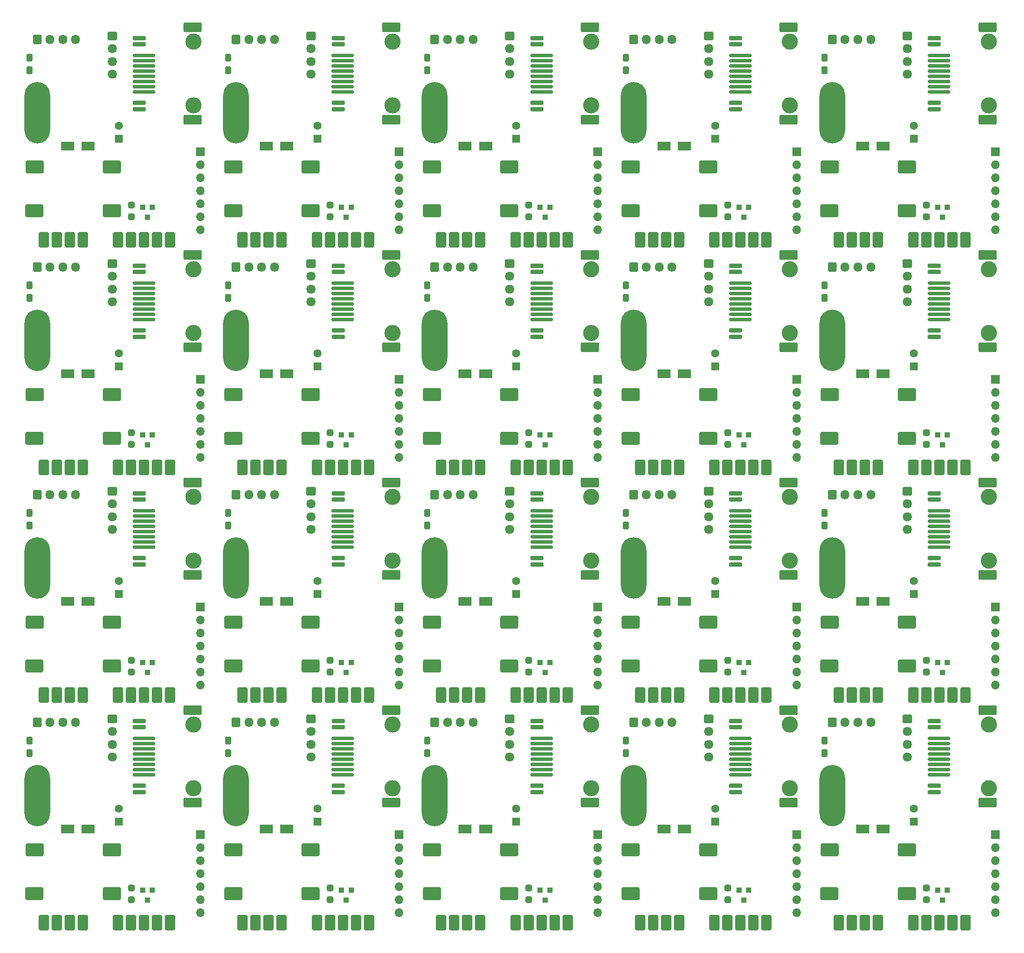
<source format=gbr>
%TF.GenerationSoftware,KiCad,Pcbnew,8.0.7*%
%TF.CreationDate,2025-01-08T09:27:09+09:00*%
%TF.ProjectId,waveShare-7inch-rs485,77617665-5368-4617-9265-2d37696e6368,rev?*%
%TF.SameCoordinates,Original*%
%TF.FileFunction,Soldermask,Top*%
%TF.FilePolarity,Negative*%
%FSLAX46Y46*%
G04 Gerber Fmt 4.6, Leading zero omitted, Abs format (unit mm)*
G04 Created by KiCad (PCBNEW 8.0.7) date 2025-01-08 09:27:09*
%MOMM*%
%LPD*%
G01*
G04 APERTURE LIST*
G04 Aperture macros list*
%AMRoundRect*
0 Rectangle with rounded corners*
0 $1 Rounding radius*
0 $2 $3 $4 $5 $6 $7 $8 $9 X,Y pos of 4 corners*
0 Add a 4 corners polygon primitive as box body*
4,1,4,$2,$3,$4,$5,$6,$7,$8,$9,$2,$3,0*
0 Add four circle primitives for the rounded corners*
1,1,$1+$1,$2,$3*
1,1,$1+$1,$4,$5*
1,1,$1+$1,$6,$7*
1,1,$1+$1,$8,$9*
0 Add four rect primitives between the rounded corners*
20,1,$1+$1,$2,$3,$4,$5,0*
20,1,$1+$1,$4,$5,$6,$7,0*
20,1,$1+$1,$6,$7,$8,$9,0*
20,1,$1+$1,$8,$9,$2,$3,0*%
G04 Aperture macros list end*
%ADD10R,1.000000X1.100000*%
%ADD11RoundRect,0.249900X-0.600100X-0.675100X0.600100X-0.675100X0.600100X0.675100X-0.600100X0.675100X0*%
%ADD12O,1.700000X1.850000*%
%ADD13RoundRect,0.325000X-0.325000X0.325000X-0.325000X-0.325000X0.325000X-0.325000X0.325000X0.325000X0*%
%ADD14RoundRect,0.300000X-1.450000X-0.950000X1.450000X-0.950000X1.450000X0.950000X-1.450000X0.950000X0*%
%ADD15C,3.170000*%
%ADD16RoundRect,0.175000X2.000000X-0.175000X2.000000X0.175000X-2.000000X0.175000X-2.000000X-0.175000X0*%
%ADD17RoundRect,0.200000X1.075000X-0.200000X1.075000X0.200000X-1.075000X0.200000X-1.075000X-0.200000X0*%
%ADD18RoundRect,0.197095X1.552905X-0.752905X1.552905X0.752905X-1.552905X0.752905X-1.552905X-0.752905X0*%
%ADD19RoundRect,0.294118X-0.705882X-1.205882X0.705882X-1.205882X0.705882X1.205882X-0.705882X1.205882X0*%
%ADD20RoundRect,0.249900X-0.675100X0.600100X-0.675100X-0.600100X0.675100X-0.600100X0.675100X0.600100X0*%
%ADD21O,1.850000X1.700000*%
%ADD22R,1.700000X1.700000*%
%ADD23O,1.700000X1.700000*%
%ADD24O,5.000000X12.000000*%
%ADD25R,1.600000X1.600000*%
%ADD26C,1.600000*%
%ADD27R,2.500000X1.800000*%
%ADD28RoundRect,0.312500X-0.312500X0.437500X-0.312500X-0.437500X0.312500X-0.437500X0.312500X0.437500X0*%
G04 APERTURE END LIST*
D10*
%TO.C,Q1*%
X207400000Y-193125000D03*
X205500000Y-193125000D03*
X206450000Y-195125000D03*
%TD*%
D11*
%TO.C,J1*%
X184920000Y-160360000D03*
D12*
X187420000Y-160360000D03*
X189920000Y-160360000D03*
X192420000Y-160360000D03*
%TD*%
D13*
%TO.C,R1*%
X203300000Y-192700000D03*
X203300000Y-195000000D03*
%TD*%
D14*
%TO.C,MO1*%
X184390000Y-185300000D03*
X184360000Y-193870000D03*
X199490000Y-185280000D03*
X199490000Y-193870000D03*
%TD*%
D15*
%TO.C,J4*%
X215450000Y-173300000D03*
X215450000Y-160800000D03*
D16*
X205760000Y-163480000D03*
X205760000Y-164500000D03*
X205760000Y-165520000D03*
X205760000Y-166540000D03*
X205760000Y-167560000D03*
X205760000Y-168580000D03*
X205760000Y-169600000D03*
X205760000Y-170620000D03*
D17*
X204860000Y-160100000D03*
X204860000Y-161310000D03*
X204860000Y-172790000D03*
X204860000Y-174000000D03*
D18*
X215200000Y-176050000D03*
X215200000Y-158050000D03*
%TD*%
D19*
%TO.C,P1*%
X186190000Y-199475000D03*
X188730000Y-199475000D03*
X191270000Y-199475000D03*
X193810000Y-199475000D03*
%TD*%
D20*
%TO.C,J2*%
X199570000Y-159680000D03*
D21*
X199570000Y-162180000D03*
X199570000Y-164680000D03*
X199570000Y-167180000D03*
%TD*%
D22*
%TO.C,DS1307*%
X216750000Y-182315000D03*
D23*
X216750000Y-184855000D03*
X216750000Y-187395000D03*
X216750000Y-189935000D03*
X216750000Y-192475000D03*
X216750000Y-195015000D03*
X216750000Y-197555000D03*
%TD*%
D24*
%TO.C,J3*%
X184910000Y-174740000D03*
%TD*%
D25*
%TO.C,C9*%
X200840000Y-179780000D03*
D26*
X200840000Y-177280000D03*
%TD*%
D27*
%TO.C,D1*%
X194850000Y-181225000D03*
X190850000Y-181225000D03*
%TD*%
D28*
%TO.C,C1*%
X183425000Y-163975000D03*
X183425000Y-166375000D03*
%TD*%
D19*
%TO.C,P2*%
X200720000Y-199500000D03*
X203260000Y-199500000D03*
X205800000Y-199500000D03*
X208340000Y-199500000D03*
X210880000Y-199500000D03*
%TD*%
D10*
%TO.C,Q1*%
X168600000Y-193125000D03*
X166700000Y-193125000D03*
X167650000Y-195125000D03*
%TD*%
D11*
%TO.C,J1*%
X146120000Y-160360000D03*
D12*
X148620000Y-160360000D03*
X151120000Y-160360000D03*
X153620000Y-160360000D03*
%TD*%
D13*
%TO.C,R1*%
X164500000Y-192700000D03*
X164500000Y-195000000D03*
%TD*%
D14*
%TO.C,MO1*%
X145590000Y-185300000D03*
X145560000Y-193870000D03*
X160690000Y-185280000D03*
X160690000Y-193870000D03*
%TD*%
D15*
%TO.C,J4*%
X176650000Y-173300000D03*
X176650000Y-160800000D03*
D16*
X166960000Y-163480000D03*
X166960000Y-164500000D03*
X166960000Y-165520000D03*
X166960000Y-166540000D03*
X166960000Y-167560000D03*
X166960000Y-168580000D03*
X166960000Y-169600000D03*
X166960000Y-170620000D03*
D17*
X166060000Y-160100000D03*
X166060000Y-161310000D03*
X166060000Y-172790000D03*
X166060000Y-174000000D03*
D18*
X176400000Y-176050000D03*
X176400000Y-158050000D03*
%TD*%
D19*
%TO.C,P1*%
X147390000Y-199475000D03*
X149930000Y-199475000D03*
X152470000Y-199475000D03*
X155010000Y-199475000D03*
%TD*%
D20*
%TO.C,J2*%
X160770000Y-159680000D03*
D21*
X160770000Y-162180000D03*
X160770000Y-164680000D03*
X160770000Y-167180000D03*
%TD*%
D22*
%TO.C,DS1307*%
X177950000Y-182315000D03*
D23*
X177950000Y-184855000D03*
X177950000Y-187395000D03*
X177950000Y-189935000D03*
X177950000Y-192475000D03*
X177950000Y-195015000D03*
X177950000Y-197555000D03*
%TD*%
D24*
%TO.C,J3*%
X146110000Y-174740000D03*
%TD*%
D25*
%TO.C,C9*%
X162040000Y-179780000D03*
D26*
X162040000Y-177280000D03*
%TD*%
D27*
%TO.C,D1*%
X156050000Y-181225000D03*
X152050000Y-181225000D03*
%TD*%
D28*
%TO.C,C1*%
X144625000Y-163975000D03*
X144625000Y-166375000D03*
%TD*%
D19*
%TO.C,P2*%
X161920000Y-199500000D03*
X164460000Y-199500000D03*
X167000000Y-199500000D03*
X169540000Y-199500000D03*
X172080000Y-199500000D03*
%TD*%
D10*
%TO.C,Q1*%
X129800000Y-193125000D03*
X127900000Y-193125000D03*
X128850000Y-195125000D03*
%TD*%
D11*
%TO.C,J1*%
X107320000Y-160360000D03*
D12*
X109820000Y-160360000D03*
X112320000Y-160360000D03*
X114820000Y-160360000D03*
%TD*%
D13*
%TO.C,R1*%
X125700000Y-192700000D03*
X125700000Y-195000000D03*
%TD*%
D14*
%TO.C,MO1*%
X106790000Y-185300000D03*
X106760000Y-193870000D03*
X121890000Y-185280000D03*
X121890000Y-193870000D03*
%TD*%
D15*
%TO.C,J4*%
X137850000Y-173300000D03*
X137850000Y-160800000D03*
D16*
X128160000Y-163480000D03*
X128160000Y-164500000D03*
X128160000Y-165520000D03*
X128160000Y-166540000D03*
X128160000Y-167560000D03*
X128160000Y-168580000D03*
X128160000Y-169600000D03*
X128160000Y-170620000D03*
D17*
X127260000Y-160100000D03*
X127260000Y-161310000D03*
X127260000Y-172790000D03*
X127260000Y-174000000D03*
D18*
X137600000Y-176050000D03*
X137600000Y-158050000D03*
%TD*%
D19*
%TO.C,P1*%
X108590000Y-199475000D03*
X111130000Y-199475000D03*
X113670000Y-199475000D03*
X116210000Y-199475000D03*
%TD*%
D20*
%TO.C,J2*%
X121970000Y-159680000D03*
D21*
X121970000Y-162180000D03*
X121970000Y-164680000D03*
X121970000Y-167180000D03*
%TD*%
D22*
%TO.C,DS1307*%
X139150000Y-182315000D03*
D23*
X139150000Y-184855000D03*
X139150000Y-187395000D03*
X139150000Y-189935000D03*
X139150000Y-192475000D03*
X139150000Y-195015000D03*
X139150000Y-197555000D03*
%TD*%
D24*
%TO.C,J3*%
X107310000Y-174740000D03*
%TD*%
D25*
%TO.C,C9*%
X123240000Y-179780000D03*
D26*
X123240000Y-177280000D03*
%TD*%
D27*
%TO.C,D1*%
X117250000Y-181225000D03*
X113250000Y-181225000D03*
%TD*%
D28*
%TO.C,C1*%
X105825000Y-163975000D03*
X105825000Y-166375000D03*
%TD*%
D19*
%TO.C,P2*%
X123120000Y-199500000D03*
X125660000Y-199500000D03*
X128200000Y-199500000D03*
X130740000Y-199500000D03*
X133280000Y-199500000D03*
%TD*%
D10*
%TO.C,Q1*%
X91000000Y-193125000D03*
X89100000Y-193125000D03*
X90050000Y-195125000D03*
%TD*%
D11*
%TO.C,J1*%
X68520000Y-160360000D03*
D12*
X71020000Y-160360000D03*
X73520000Y-160360000D03*
X76020000Y-160360000D03*
%TD*%
D13*
%TO.C,R1*%
X86900000Y-192700000D03*
X86900000Y-195000000D03*
%TD*%
D14*
%TO.C,MO1*%
X67990000Y-185300000D03*
X67960000Y-193870000D03*
X83090000Y-185280000D03*
X83090000Y-193870000D03*
%TD*%
D15*
%TO.C,J4*%
X99050000Y-173300000D03*
X99050000Y-160800000D03*
D16*
X89360000Y-163480000D03*
X89360000Y-164500000D03*
X89360000Y-165520000D03*
X89360000Y-166540000D03*
X89360000Y-167560000D03*
X89360000Y-168580000D03*
X89360000Y-169600000D03*
X89360000Y-170620000D03*
D17*
X88460000Y-160100000D03*
X88460000Y-161310000D03*
X88460000Y-172790000D03*
X88460000Y-174000000D03*
D18*
X98800000Y-176050000D03*
X98800000Y-158050000D03*
%TD*%
D19*
%TO.C,P1*%
X69790000Y-199475000D03*
X72330000Y-199475000D03*
X74870000Y-199475000D03*
X77410000Y-199475000D03*
%TD*%
D20*
%TO.C,J2*%
X83170000Y-159680000D03*
D21*
X83170000Y-162180000D03*
X83170000Y-164680000D03*
X83170000Y-167180000D03*
%TD*%
D22*
%TO.C,DS1307*%
X100350000Y-182315000D03*
D23*
X100350000Y-184855000D03*
X100350000Y-187395000D03*
X100350000Y-189935000D03*
X100350000Y-192475000D03*
X100350000Y-195015000D03*
X100350000Y-197555000D03*
%TD*%
D24*
%TO.C,J3*%
X68510000Y-174740000D03*
%TD*%
D25*
%TO.C,C9*%
X84440000Y-179780000D03*
D26*
X84440000Y-177280000D03*
%TD*%
D27*
%TO.C,D1*%
X78450000Y-181225000D03*
X74450000Y-181225000D03*
%TD*%
D28*
%TO.C,C1*%
X67025000Y-163975000D03*
X67025000Y-166375000D03*
%TD*%
D19*
%TO.C,P2*%
X84320000Y-199500000D03*
X86860000Y-199500000D03*
X89400000Y-199500000D03*
X91940000Y-199500000D03*
X94480000Y-199500000D03*
%TD*%
D10*
%TO.C,Q1*%
X52200000Y-193125000D03*
X50300000Y-193125000D03*
X51250000Y-195125000D03*
%TD*%
D11*
%TO.C,J1*%
X29720000Y-160360000D03*
D12*
X32220000Y-160360000D03*
X34720000Y-160360000D03*
X37220000Y-160360000D03*
%TD*%
D13*
%TO.C,R1*%
X48100000Y-192700000D03*
X48100000Y-195000000D03*
%TD*%
D14*
%TO.C,MO1*%
X29190000Y-185300000D03*
X29160000Y-193870000D03*
X44290000Y-185280000D03*
X44290000Y-193870000D03*
%TD*%
D15*
%TO.C,J4*%
X60250000Y-173300000D03*
X60250000Y-160800000D03*
D16*
X50560000Y-163480000D03*
X50560000Y-164500000D03*
X50560000Y-165520000D03*
X50560000Y-166540000D03*
X50560000Y-167560000D03*
X50560000Y-168580000D03*
X50560000Y-169600000D03*
X50560000Y-170620000D03*
D17*
X49660000Y-160100000D03*
X49660000Y-161310000D03*
X49660000Y-172790000D03*
X49660000Y-174000000D03*
D18*
X60000000Y-176050000D03*
X60000000Y-158050000D03*
%TD*%
D19*
%TO.C,P1*%
X30990000Y-199475000D03*
X33530000Y-199475000D03*
X36070000Y-199475000D03*
X38610000Y-199475000D03*
%TD*%
D20*
%TO.C,J2*%
X44370000Y-159680000D03*
D21*
X44370000Y-162180000D03*
X44370000Y-164680000D03*
X44370000Y-167180000D03*
%TD*%
D22*
%TO.C,DS1307*%
X61550000Y-182315000D03*
D23*
X61550000Y-184855000D03*
X61550000Y-187395000D03*
X61550000Y-189935000D03*
X61550000Y-192475000D03*
X61550000Y-195015000D03*
X61550000Y-197555000D03*
%TD*%
D24*
%TO.C,J3*%
X29710000Y-174740000D03*
%TD*%
D25*
%TO.C,C9*%
X45640000Y-179780000D03*
D26*
X45640000Y-177280000D03*
%TD*%
D27*
%TO.C,D1*%
X39650000Y-181225000D03*
X35650000Y-181225000D03*
%TD*%
D28*
%TO.C,C1*%
X28225000Y-163975000D03*
X28225000Y-166375000D03*
%TD*%
D19*
%TO.C,P2*%
X45520000Y-199500000D03*
X48060000Y-199500000D03*
X50600000Y-199500000D03*
X53140000Y-199500000D03*
X55680000Y-199500000D03*
%TD*%
D10*
%TO.C,Q1*%
X207400000Y-148675000D03*
X205500000Y-148675000D03*
X206450000Y-150675000D03*
%TD*%
D11*
%TO.C,J1*%
X184920000Y-115910000D03*
D12*
X187420000Y-115910000D03*
X189920000Y-115910000D03*
X192420000Y-115910000D03*
%TD*%
D13*
%TO.C,R1*%
X203300000Y-148250000D03*
X203300000Y-150550000D03*
%TD*%
D14*
%TO.C,MO1*%
X184390000Y-140850000D03*
X184360000Y-149420000D03*
X199490000Y-140830000D03*
X199490000Y-149420000D03*
%TD*%
D15*
%TO.C,J4*%
X215450000Y-128850000D03*
X215450000Y-116350000D03*
D16*
X205760000Y-119030000D03*
X205760000Y-120050000D03*
X205760000Y-121070000D03*
X205760000Y-122090000D03*
X205760000Y-123110000D03*
X205760000Y-124130000D03*
X205760000Y-125150000D03*
X205760000Y-126170000D03*
D17*
X204860000Y-115650000D03*
X204860000Y-116860000D03*
X204860000Y-128340000D03*
X204860000Y-129550000D03*
D18*
X215200000Y-131600000D03*
X215200000Y-113600000D03*
%TD*%
D19*
%TO.C,P1*%
X186190000Y-155025000D03*
X188730000Y-155025000D03*
X191270000Y-155025000D03*
X193810000Y-155025000D03*
%TD*%
D20*
%TO.C,J2*%
X199570000Y-115230000D03*
D21*
X199570000Y-117730000D03*
X199570000Y-120230000D03*
X199570000Y-122730000D03*
%TD*%
D22*
%TO.C,DS1307*%
X216750000Y-137865000D03*
D23*
X216750000Y-140405000D03*
X216750000Y-142945000D03*
X216750000Y-145485000D03*
X216750000Y-148025000D03*
X216750000Y-150565000D03*
X216750000Y-153105000D03*
%TD*%
D24*
%TO.C,J3*%
X184910000Y-130290000D03*
%TD*%
D25*
%TO.C,C9*%
X200840000Y-135330000D03*
D26*
X200840000Y-132830000D03*
%TD*%
D27*
%TO.C,D1*%
X194850000Y-136775000D03*
X190850000Y-136775000D03*
%TD*%
D28*
%TO.C,C1*%
X183425000Y-119525000D03*
X183425000Y-121925000D03*
%TD*%
D19*
%TO.C,P2*%
X200720000Y-155050000D03*
X203260000Y-155050000D03*
X205800000Y-155050000D03*
X208340000Y-155050000D03*
X210880000Y-155050000D03*
%TD*%
D10*
%TO.C,Q1*%
X168600000Y-148675000D03*
X166700000Y-148675000D03*
X167650000Y-150675000D03*
%TD*%
D11*
%TO.C,J1*%
X146120000Y-115910000D03*
D12*
X148620000Y-115910000D03*
X151120000Y-115910000D03*
X153620000Y-115910000D03*
%TD*%
D13*
%TO.C,R1*%
X164500000Y-148250000D03*
X164500000Y-150550000D03*
%TD*%
D14*
%TO.C,MO1*%
X145590000Y-140850000D03*
X145560000Y-149420000D03*
X160690000Y-140830000D03*
X160690000Y-149420000D03*
%TD*%
D15*
%TO.C,J4*%
X176650000Y-128850000D03*
X176650000Y-116350000D03*
D16*
X166960000Y-119030000D03*
X166960000Y-120050000D03*
X166960000Y-121070000D03*
X166960000Y-122090000D03*
X166960000Y-123110000D03*
X166960000Y-124130000D03*
X166960000Y-125150000D03*
X166960000Y-126170000D03*
D17*
X166060000Y-115650000D03*
X166060000Y-116860000D03*
X166060000Y-128340000D03*
X166060000Y-129550000D03*
D18*
X176400000Y-131600000D03*
X176400000Y-113600000D03*
%TD*%
D19*
%TO.C,P1*%
X147390000Y-155025000D03*
X149930000Y-155025000D03*
X152470000Y-155025000D03*
X155010000Y-155025000D03*
%TD*%
D20*
%TO.C,J2*%
X160770000Y-115230000D03*
D21*
X160770000Y-117730000D03*
X160770000Y-120230000D03*
X160770000Y-122730000D03*
%TD*%
D22*
%TO.C,DS1307*%
X177950000Y-137865000D03*
D23*
X177950000Y-140405000D03*
X177950000Y-142945000D03*
X177950000Y-145485000D03*
X177950000Y-148025000D03*
X177950000Y-150565000D03*
X177950000Y-153105000D03*
%TD*%
D24*
%TO.C,J3*%
X146110000Y-130290000D03*
%TD*%
D25*
%TO.C,C9*%
X162040000Y-135330000D03*
D26*
X162040000Y-132830000D03*
%TD*%
D27*
%TO.C,D1*%
X156050000Y-136775000D03*
X152050000Y-136775000D03*
%TD*%
D28*
%TO.C,C1*%
X144625000Y-119525000D03*
X144625000Y-121925000D03*
%TD*%
D19*
%TO.C,P2*%
X161920000Y-155050000D03*
X164460000Y-155050000D03*
X167000000Y-155050000D03*
X169540000Y-155050000D03*
X172080000Y-155050000D03*
%TD*%
D10*
%TO.C,Q1*%
X129800000Y-148675000D03*
X127900000Y-148675000D03*
X128850000Y-150675000D03*
%TD*%
D11*
%TO.C,J1*%
X107320000Y-115910000D03*
D12*
X109820000Y-115910000D03*
X112320000Y-115910000D03*
X114820000Y-115910000D03*
%TD*%
D13*
%TO.C,R1*%
X125700000Y-148250000D03*
X125700000Y-150550000D03*
%TD*%
D14*
%TO.C,MO1*%
X106790000Y-140850000D03*
X106760000Y-149420000D03*
X121890000Y-140830000D03*
X121890000Y-149420000D03*
%TD*%
D15*
%TO.C,J4*%
X137850000Y-128850000D03*
X137850000Y-116350000D03*
D16*
X128160000Y-119030000D03*
X128160000Y-120050000D03*
X128160000Y-121070000D03*
X128160000Y-122090000D03*
X128160000Y-123110000D03*
X128160000Y-124130000D03*
X128160000Y-125150000D03*
X128160000Y-126170000D03*
D17*
X127260000Y-115650000D03*
X127260000Y-116860000D03*
X127260000Y-128340000D03*
X127260000Y-129550000D03*
D18*
X137600000Y-131600000D03*
X137600000Y-113600000D03*
%TD*%
D19*
%TO.C,P1*%
X108590000Y-155025000D03*
X111130000Y-155025000D03*
X113670000Y-155025000D03*
X116210000Y-155025000D03*
%TD*%
D20*
%TO.C,J2*%
X121970000Y-115230000D03*
D21*
X121970000Y-117730000D03*
X121970000Y-120230000D03*
X121970000Y-122730000D03*
%TD*%
D22*
%TO.C,DS1307*%
X139150000Y-137865000D03*
D23*
X139150000Y-140405000D03*
X139150000Y-142945000D03*
X139150000Y-145485000D03*
X139150000Y-148025000D03*
X139150000Y-150565000D03*
X139150000Y-153105000D03*
%TD*%
D24*
%TO.C,J3*%
X107310000Y-130290000D03*
%TD*%
D25*
%TO.C,C9*%
X123240000Y-135330000D03*
D26*
X123240000Y-132830000D03*
%TD*%
D27*
%TO.C,D1*%
X117250000Y-136775000D03*
X113250000Y-136775000D03*
%TD*%
D28*
%TO.C,C1*%
X105825000Y-119525000D03*
X105825000Y-121925000D03*
%TD*%
D19*
%TO.C,P2*%
X123120000Y-155050000D03*
X125660000Y-155050000D03*
X128200000Y-155050000D03*
X130740000Y-155050000D03*
X133280000Y-155050000D03*
%TD*%
D10*
%TO.C,Q1*%
X91000000Y-148675000D03*
X89100000Y-148675000D03*
X90050000Y-150675000D03*
%TD*%
D11*
%TO.C,J1*%
X68520000Y-115910000D03*
D12*
X71020000Y-115910000D03*
X73520000Y-115910000D03*
X76020000Y-115910000D03*
%TD*%
D13*
%TO.C,R1*%
X86900000Y-148250000D03*
X86900000Y-150550000D03*
%TD*%
D14*
%TO.C,MO1*%
X67990000Y-140850000D03*
X67960000Y-149420000D03*
X83090000Y-140830000D03*
X83090000Y-149420000D03*
%TD*%
D15*
%TO.C,J4*%
X99050000Y-128850000D03*
X99050000Y-116350000D03*
D16*
X89360000Y-119030000D03*
X89360000Y-120050000D03*
X89360000Y-121070000D03*
X89360000Y-122090000D03*
X89360000Y-123110000D03*
X89360000Y-124130000D03*
X89360000Y-125150000D03*
X89360000Y-126170000D03*
D17*
X88460000Y-115650000D03*
X88460000Y-116860000D03*
X88460000Y-128340000D03*
X88460000Y-129550000D03*
D18*
X98800000Y-131600000D03*
X98800000Y-113600000D03*
%TD*%
D19*
%TO.C,P1*%
X69790000Y-155025000D03*
X72330000Y-155025000D03*
X74870000Y-155025000D03*
X77410000Y-155025000D03*
%TD*%
D20*
%TO.C,J2*%
X83170000Y-115230000D03*
D21*
X83170000Y-117730000D03*
X83170000Y-120230000D03*
X83170000Y-122730000D03*
%TD*%
D22*
%TO.C,DS1307*%
X100350000Y-137865000D03*
D23*
X100350000Y-140405000D03*
X100350000Y-142945000D03*
X100350000Y-145485000D03*
X100350000Y-148025000D03*
X100350000Y-150565000D03*
X100350000Y-153105000D03*
%TD*%
D24*
%TO.C,J3*%
X68510000Y-130290000D03*
%TD*%
D25*
%TO.C,C9*%
X84440000Y-135330000D03*
D26*
X84440000Y-132830000D03*
%TD*%
D27*
%TO.C,D1*%
X78450000Y-136775000D03*
X74450000Y-136775000D03*
%TD*%
D28*
%TO.C,C1*%
X67025000Y-119525000D03*
X67025000Y-121925000D03*
%TD*%
D19*
%TO.C,P2*%
X84320000Y-155050000D03*
X86860000Y-155050000D03*
X89400000Y-155050000D03*
X91940000Y-155050000D03*
X94480000Y-155050000D03*
%TD*%
D10*
%TO.C,Q1*%
X52200000Y-148675000D03*
X50300000Y-148675000D03*
X51250000Y-150675000D03*
%TD*%
D11*
%TO.C,J1*%
X29720000Y-115910000D03*
D12*
X32220000Y-115910000D03*
X34720000Y-115910000D03*
X37220000Y-115910000D03*
%TD*%
D13*
%TO.C,R1*%
X48100000Y-148250000D03*
X48100000Y-150550000D03*
%TD*%
D14*
%TO.C,MO1*%
X29190000Y-140850000D03*
X29160000Y-149420000D03*
X44290000Y-140830000D03*
X44290000Y-149420000D03*
%TD*%
D15*
%TO.C,J4*%
X60250000Y-128850000D03*
X60250000Y-116350000D03*
D16*
X50560000Y-119030000D03*
X50560000Y-120050000D03*
X50560000Y-121070000D03*
X50560000Y-122090000D03*
X50560000Y-123110000D03*
X50560000Y-124130000D03*
X50560000Y-125150000D03*
X50560000Y-126170000D03*
D17*
X49660000Y-115650000D03*
X49660000Y-116860000D03*
X49660000Y-128340000D03*
X49660000Y-129550000D03*
D18*
X60000000Y-131600000D03*
X60000000Y-113600000D03*
%TD*%
D19*
%TO.C,P1*%
X30990000Y-155025000D03*
X33530000Y-155025000D03*
X36070000Y-155025000D03*
X38610000Y-155025000D03*
%TD*%
D20*
%TO.C,J2*%
X44370000Y-115230000D03*
D21*
X44370000Y-117730000D03*
X44370000Y-120230000D03*
X44370000Y-122730000D03*
%TD*%
D22*
%TO.C,DS1307*%
X61550000Y-137865000D03*
D23*
X61550000Y-140405000D03*
X61550000Y-142945000D03*
X61550000Y-145485000D03*
X61550000Y-148025000D03*
X61550000Y-150565000D03*
X61550000Y-153105000D03*
%TD*%
D24*
%TO.C,J3*%
X29710000Y-130290000D03*
%TD*%
D25*
%TO.C,C9*%
X45640000Y-135330000D03*
D26*
X45640000Y-132830000D03*
%TD*%
D27*
%TO.C,D1*%
X39650000Y-136775000D03*
X35650000Y-136775000D03*
%TD*%
D28*
%TO.C,C1*%
X28225000Y-119525000D03*
X28225000Y-121925000D03*
%TD*%
D19*
%TO.C,P2*%
X45520000Y-155050000D03*
X48060000Y-155050000D03*
X50600000Y-155050000D03*
X53140000Y-155050000D03*
X55680000Y-155050000D03*
%TD*%
D10*
%TO.C,Q1*%
X207400000Y-104225000D03*
X205500000Y-104225000D03*
X206450000Y-106225000D03*
%TD*%
D11*
%TO.C,J1*%
X184920000Y-71460000D03*
D12*
X187420000Y-71460000D03*
X189920000Y-71460000D03*
X192420000Y-71460000D03*
%TD*%
D13*
%TO.C,R1*%
X203300000Y-103800000D03*
X203300000Y-106100000D03*
%TD*%
D14*
%TO.C,MO1*%
X184390000Y-96400000D03*
X184360000Y-104970000D03*
X199490000Y-96380000D03*
X199490000Y-104970000D03*
%TD*%
D15*
%TO.C,J4*%
X215450000Y-84400000D03*
X215450000Y-71900000D03*
D16*
X205760000Y-74580000D03*
X205760000Y-75600000D03*
X205760000Y-76620000D03*
X205760000Y-77640000D03*
X205760000Y-78660000D03*
X205760000Y-79680000D03*
X205760000Y-80700000D03*
X205760000Y-81720000D03*
D17*
X204860000Y-71200000D03*
X204860000Y-72410000D03*
X204860000Y-83890000D03*
X204860000Y-85100000D03*
D18*
X215200000Y-87150000D03*
X215200000Y-69150000D03*
%TD*%
D19*
%TO.C,P1*%
X186190000Y-110575000D03*
X188730000Y-110575000D03*
X191270000Y-110575000D03*
X193810000Y-110575000D03*
%TD*%
D20*
%TO.C,J2*%
X199570000Y-70780000D03*
D21*
X199570000Y-73280000D03*
X199570000Y-75780000D03*
X199570000Y-78280000D03*
%TD*%
D22*
%TO.C,DS1307*%
X216750000Y-93415000D03*
D23*
X216750000Y-95955000D03*
X216750000Y-98495000D03*
X216750000Y-101035000D03*
X216750000Y-103575000D03*
X216750000Y-106115000D03*
X216750000Y-108655000D03*
%TD*%
D24*
%TO.C,J3*%
X184910000Y-85840000D03*
%TD*%
D25*
%TO.C,C9*%
X200840000Y-90880000D03*
D26*
X200840000Y-88380000D03*
%TD*%
D27*
%TO.C,D1*%
X194850000Y-92325000D03*
X190850000Y-92325000D03*
%TD*%
D28*
%TO.C,C1*%
X183425000Y-75075000D03*
X183425000Y-77475000D03*
%TD*%
D19*
%TO.C,P2*%
X200720000Y-110600000D03*
X203260000Y-110600000D03*
X205800000Y-110600000D03*
X208340000Y-110600000D03*
X210880000Y-110600000D03*
%TD*%
D10*
%TO.C,Q1*%
X168600000Y-104225000D03*
X166700000Y-104225000D03*
X167650000Y-106225000D03*
%TD*%
D11*
%TO.C,J1*%
X146120000Y-71460000D03*
D12*
X148620000Y-71460000D03*
X151120000Y-71460000D03*
X153620000Y-71460000D03*
%TD*%
D13*
%TO.C,R1*%
X164500000Y-103800000D03*
X164500000Y-106100000D03*
%TD*%
D14*
%TO.C,MO1*%
X145590000Y-96400000D03*
X145560000Y-104970000D03*
X160690000Y-96380000D03*
X160690000Y-104970000D03*
%TD*%
D15*
%TO.C,J4*%
X176650000Y-84400000D03*
X176650000Y-71900000D03*
D16*
X166960000Y-74580000D03*
X166960000Y-75600000D03*
X166960000Y-76620000D03*
X166960000Y-77640000D03*
X166960000Y-78660000D03*
X166960000Y-79680000D03*
X166960000Y-80700000D03*
X166960000Y-81720000D03*
D17*
X166060000Y-71200000D03*
X166060000Y-72410000D03*
X166060000Y-83890000D03*
X166060000Y-85100000D03*
D18*
X176400000Y-87150000D03*
X176400000Y-69150000D03*
%TD*%
D19*
%TO.C,P1*%
X147390000Y-110575000D03*
X149930000Y-110575000D03*
X152470000Y-110575000D03*
X155010000Y-110575000D03*
%TD*%
D20*
%TO.C,J2*%
X160770000Y-70780000D03*
D21*
X160770000Y-73280000D03*
X160770000Y-75780000D03*
X160770000Y-78280000D03*
%TD*%
D22*
%TO.C,DS1307*%
X177950000Y-93415000D03*
D23*
X177950000Y-95955000D03*
X177950000Y-98495000D03*
X177950000Y-101035000D03*
X177950000Y-103575000D03*
X177950000Y-106115000D03*
X177950000Y-108655000D03*
%TD*%
D24*
%TO.C,J3*%
X146110000Y-85840000D03*
%TD*%
D25*
%TO.C,C9*%
X162040000Y-90880000D03*
D26*
X162040000Y-88380000D03*
%TD*%
D27*
%TO.C,D1*%
X156050000Y-92325000D03*
X152050000Y-92325000D03*
%TD*%
D28*
%TO.C,C1*%
X144625000Y-75075000D03*
X144625000Y-77475000D03*
%TD*%
D19*
%TO.C,P2*%
X161920000Y-110600000D03*
X164460000Y-110600000D03*
X167000000Y-110600000D03*
X169540000Y-110600000D03*
X172080000Y-110600000D03*
%TD*%
D10*
%TO.C,Q1*%
X129800000Y-104225000D03*
X127900000Y-104225000D03*
X128850000Y-106225000D03*
%TD*%
D11*
%TO.C,J1*%
X107320000Y-71460000D03*
D12*
X109820000Y-71460000D03*
X112320000Y-71460000D03*
X114820000Y-71460000D03*
%TD*%
D13*
%TO.C,R1*%
X125700000Y-103800000D03*
X125700000Y-106100000D03*
%TD*%
D14*
%TO.C,MO1*%
X106790000Y-96400000D03*
X106760000Y-104970000D03*
X121890000Y-96380000D03*
X121890000Y-104970000D03*
%TD*%
D15*
%TO.C,J4*%
X137850000Y-84400000D03*
X137850000Y-71900000D03*
D16*
X128160000Y-74580000D03*
X128160000Y-75600000D03*
X128160000Y-76620000D03*
X128160000Y-77640000D03*
X128160000Y-78660000D03*
X128160000Y-79680000D03*
X128160000Y-80700000D03*
X128160000Y-81720000D03*
D17*
X127260000Y-71200000D03*
X127260000Y-72410000D03*
X127260000Y-83890000D03*
X127260000Y-85100000D03*
D18*
X137600000Y-87150000D03*
X137600000Y-69150000D03*
%TD*%
D19*
%TO.C,P1*%
X108590000Y-110575000D03*
X111130000Y-110575000D03*
X113670000Y-110575000D03*
X116210000Y-110575000D03*
%TD*%
D20*
%TO.C,J2*%
X121970000Y-70780000D03*
D21*
X121970000Y-73280000D03*
X121970000Y-75780000D03*
X121970000Y-78280000D03*
%TD*%
D22*
%TO.C,DS1307*%
X139150000Y-93415000D03*
D23*
X139150000Y-95955000D03*
X139150000Y-98495000D03*
X139150000Y-101035000D03*
X139150000Y-103575000D03*
X139150000Y-106115000D03*
X139150000Y-108655000D03*
%TD*%
D24*
%TO.C,J3*%
X107310000Y-85840000D03*
%TD*%
D25*
%TO.C,C9*%
X123240000Y-90880000D03*
D26*
X123240000Y-88380000D03*
%TD*%
D27*
%TO.C,D1*%
X117250000Y-92325000D03*
X113250000Y-92325000D03*
%TD*%
D28*
%TO.C,C1*%
X105825000Y-75075000D03*
X105825000Y-77475000D03*
%TD*%
D19*
%TO.C,P2*%
X123120000Y-110600000D03*
X125660000Y-110600000D03*
X128200000Y-110600000D03*
X130740000Y-110600000D03*
X133280000Y-110600000D03*
%TD*%
D10*
%TO.C,Q1*%
X91000000Y-104225000D03*
X89100000Y-104225000D03*
X90050000Y-106225000D03*
%TD*%
D11*
%TO.C,J1*%
X68520000Y-71460000D03*
D12*
X71020000Y-71460000D03*
X73520000Y-71460000D03*
X76020000Y-71460000D03*
%TD*%
D13*
%TO.C,R1*%
X86900000Y-103800000D03*
X86900000Y-106100000D03*
%TD*%
D14*
%TO.C,MO1*%
X67990000Y-96400000D03*
X67960000Y-104970000D03*
X83090000Y-96380000D03*
X83090000Y-104970000D03*
%TD*%
D15*
%TO.C,J4*%
X99050000Y-84400000D03*
X99050000Y-71900000D03*
D16*
X89360000Y-74580000D03*
X89360000Y-75600000D03*
X89360000Y-76620000D03*
X89360000Y-77640000D03*
X89360000Y-78660000D03*
X89360000Y-79680000D03*
X89360000Y-80700000D03*
X89360000Y-81720000D03*
D17*
X88460000Y-71200000D03*
X88460000Y-72410000D03*
X88460000Y-83890000D03*
X88460000Y-85100000D03*
D18*
X98800000Y-87150000D03*
X98800000Y-69150000D03*
%TD*%
D19*
%TO.C,P1*%
X69790000Y-110575000D03*
X72330000Y-110575000D03*
X74870000Y-110575000D03*
X77410000Y-110575000D03*
%TD*%
D20*
%TO.C,J2*%
X83170000Y-70780000D03*
D21*
X83170000Y-73280000D03*
X83170000Y-75780000D03*
X83170000Y-78280000D03*
%TD*%
D22*
%TO.C,DS1307*%
X100350000Y-93415000D03*
D23*
X100350000Y-95955000D03*
X100350000Y-98495000D03*
X100350000Y-101035000D03*
X100350000Y-103575000D03*
X100350000Y-106115000D03*
X100350000Y-108655000D03*
%TD*%
D24*
%TO.C,J3*%
X68510000Y-85840000D03*
%TD*%
D25*
%TO.C,C9*%
X84440000Y-90880000D03*
D26*
X84440000Y-88380000D03*
%TD*%
D27*
%TO.C,D1*%
X78450000Y-92325000D03*
X74450000Y-92325000D03*
%TD*%
D28*
%TO.C,C1*%
X67025000Y-75075000D03*
X67025000Y-77475000D03*
%TD*%
D19*
%TO.C,P2*%
X84320000Y-110600000D03*
X86860000Y-110600000D03*
X89400000Y-110600000D03*
X91940000Y-110600000D03*
X94480000Y-110600000D03*
%TD*%
D10*
%TO.C,Q1*%
X52200000Y-104225000D03*
X50300000Y-104225000D03*
X51250000Y-106225000D03*
%TD*%
D11*
%TO.C,J1*%
X29720000Y-71460000D03*
D12*
X32220000Y-71460000D03*
X34720000Y-71460000D03*
X37220000Y-71460000D03*
%TD*%
D13*
%TO.C,R1*%
X48100000Y-103800000D03*
X48100000Y-106100000D03*
%TD*%
D14*
%TO.C,MO1*%
X29190000Y-96400000D03*
X29160000Y-104970000D03*
X44290000Y-96380000D03*
X44290000Y-104970000D03*
%TD*%
D15*
%TO.C,J4*%
X60250000Y-84400000D03*
X60250000Y-71900000D03*
D16*
X50560000Y-74580000D03*
X50560000Y-75600000D03*
X50560000Y-76620000D03*
X50560000Y-77640000D03*
X50560000Y-78660000D03*
X50560000Y-79680000D03*
X50560000Y-80700000D03*
X50560000Y-81720000D03*
D17*
X49660000Y-71200000D03*
X49660000Y-72410000D03*
X49660000Y-83890000D03*
X49660000Y-85100000D03*
D18*
X60000000Y-87150000D03*
X60000000Y-69150000D03*
%TD*%
D19*
%TO.C,P1*%
X30990000Y-110575000D03*
X33530000Y-110575000D03*
X36070000Y-110575000D03*
X38610000Y-110575000D03*
%TD*%
D20*
%TO.C,J2*%
X44370000Y-70780000D03*
D21*
X44370000Y-73280000D03*
X44370000Y-75780000D03*
X44370000Y-78280000D03*
%TD*%
D22*
%TO.C,DS1307*%
X61550000Y-93415000D03*
D23*
X61550000Y-95955000D03*
X61550000Y-98495000D03*
X61550000Y-101035000D03*
X61550000Y-103575000D03*
X61550000Y-106115000D03*
X61550000Y-108655000D03*
%TD*%
D24*
%TO.C,J3*%
X29710000Y-85840000D03*
%TD*%
D25*
%TO.C,C9*%
X45640000Y-90880000D03*
D26*
X45640000Y-88380000D03*
%TD*%
D27*
%TO.C,D1*%
X39650000Y-92325000D03*
X35650000Y-92325000D03*
%TD*%
D28*
%TO.C,C1*%
X28225000Y-75075000D03*
X28225000Y-77475000D03*
%TD*%
D19*
%TO.C,P2*%
X45520000Y-110600000D03*
X48060000Y-110600000D03*
X50600000Y-110600000D03*
X53140000Y-110600000D03*
X55680000Y-110600000D03*
%TD*%
D10*
%TO.C,Q1*%
X207400000Y-59775000D03*
X205500000Y-59775000D03*
X206450000Y-61775000D03*
%TD*%
D11*
%TO.C,J1*%
X184920000Y-27010000D03*
D12*
X187420000Y-27010000D03*
X189920000Y-27010000D03*
X192420000Y-27010000D03*
%TD*%
D13*
%TO.C,R1*%
X203300000Y-59350000D03*
X203300000Y-61650000D03*
%TD*%
D14*
%TO.C,MO1*%
X184390000Y-51950000D03*
X184360000Y-60520000D03*
X199490000Y-51930000D03*
X199490000Y-60520000D03*
%TD*%
D15*
%TO.C,J4*%
X215450000Y-39950000D03*
X215450000Y-27450000D03*
D16*
X205760000Y-30130000D03*
X205760000Y-31150000D03*
X205760000Y-32170000D03*
X205760000Y-33190000D03*
X205760000Y-34210000D03*
X205760000Y-35230000D03*
X205760000Y-36250000D03*
X205760000Y-37270000D03*
D17*
X204860000Y-26750000D03*
X204860000Y-27960000D03*
X204860000Y-39440000D03*
X204860000Y-40650000D03*
D18*
X215200000Y-42700000D03*
X215200000Y-24700000D03*
%TD*%
D19*
%TO.C,P1*%
X186190000Y-66125000D03*
X188730000Y-66125000D03*
X191270000Y-66125000D03*
X193810000Y-66125000D03*
%TD*%
D20*
%TO.C,J2*%
X199570000Y-26330000D03*
D21*
X199570000Y-28830000D03*
X199570000Y-31330000D03*
X199570000Y-33830000D03*
%TD*%
D22*
%TO.C,DS1307*%
X216750000Y-48965000D03*
D23*
X216750000Y-51505000D03*
X216750000Y-54045000D03*
X216750000Y-56585000D03*
X216750000Y-59125000D03*
X216750000Y-61665000D03*
X216750000Y-64205000D03*
%TD*%
D24*
%TO.C,J3*%
X184910000Y-41390000D03*
%TD*%
D25*
%TO.C,C9*%
X200840000Y-46430000D03*
D26*
X200840000Y-43930000D03*
%TD*%
D27*
%TO.C,D1*%
X194850000Y-47875000D03*
X190850000Y-47875000D03*
%TD*%
D28*
%TO.C,C1*%
X183425000Y-30625000D03*
X183425000Y-33025000D03*
%TD*%
D19*
%TO.C,P2*%
X200720000Y-66150000D03*
X203260000Y-66150000D03*
X205800000Y-66150000D03*
X208340000Y-66150000D03*
X210880000Y-66150000D03*
%TD*%
D10*
%TO.C,Q1*%
X168600000Y-59775000D03*
X166700000Y-59775000D03*
X167650000Y-61775000D03*
%TD*%
D11*
%TO.C,J1*%
X146120000Y-27010000D03*
D12*
X148620000Y-27010000D03*
X151120000Y-27010000D03*
X153620000Y-27010000D03*
%TD*%
D13*
%TO.C,R1*%
X164500000Y-59350000D03*
X164500000Y-61650000D03*
%TD*%
D14*
%TO.C,MO1*%
X145590000Y-51950000D03*
X145560000Y-60520000D03*
X160690000Y-51930000D03*
X160690000Y-60520000D03*
%TD*%
D15*
%TO.C,J4*%
X176650000Y-39950000D03*
X176650000Y-27450000D03*
D16*
X166960000Y-30130000D03*
X166960000Y-31150000D03*
X166960000Y-32170000D03*
X166960000Y-33190000D03*
X166960000Y-34210000D03*
X166960000Y-35230000D03*
X166960000Y-36250000D03*
X166960000Y-37270000D03*
D17*
X166060000Y-26750000D03*
X166060000Y-27960000D03*
X166060000Y-39440000D03*
X166060000Y-40650000D03*
D18*
X176400000Y-42700000D03*
X176400000Y-24700000D03*
%TD*%
D19*
%TO.C,P1*%
X147390000Y-66125000D03*
X149930000Y-66125000D03*
X152470000Y-66125000D03*
X155010000Y-66125000D03*
%TD*%
D20*
%TO.C,J2*%
X160770000Y-26330000D03*
D21*
X160770000Y-28830000D03*
X160770000Y-31330000D03*
X160770000Y-33830000D03*
%TD*%
D22*
%TO.C,DS1307*%
X177950000Y-48965000D03*
D23*
X177950000Y-51505000D03*
X177950000Y-54045000D03*
X177950000Y-56585000D03*
X177950000Y-59125000D03*
X177950000Y-61665000D03*
X177950000Y-64205000D03*
%TD*%
D24*
%TO.C,J3*%
X146110000Y-41390000D03*
%TD*%
D25*
%TO.C,C9*%
X162040000Y-46430000D03*
D26*
X162040000Y-43930000D03*
%TD*%
D27*
%TO.C,D1*%
X156050000Y-47875000D03*
X152050000Y-47875000D03*
%TD*%
D28*
%TO.C,C1*%
X144625000Y-30625000D03*
X144625000Y-33025000D03*
%TD*%
D19*
%TO.C,P2*%
X161920000Y-66150000D03*
X164460000Y-66150000D03*
X167000000Y-66150000D03*
X169540000Y-66150000D03*
X172080000Y-66150000D03*
%TD*%
D10*
%TO.C,Q1*%
X129800000Y-59775000D03*
X127900000Y-59775000D03*
X128850000Y-61775000D03*
%TD*%
D11*
%TO.C,J1*%
X107320000Y-27010000D03*
D12*
X109820000Y-27010000D03*
X112320000Y-27010000D03*
X114820000Y-27010000D03*
%TD*%
D13*
%TO.C,R1*%
X125700000Y-59350000D03*
X125700000Y-61650000D03*
%TD*%
D14*
%TO.C,MO1*%
X106790000Y-51950000D03*
X106760000Y-60520000D03*
X121890000Y-51930000D03*
X121890000Y-60520000D03*
%TD*%
D15*
%TO.C,J4*%
X137850000Y-39950000D03*
X137850000Y-27450000D03*
D16*
X128160000Y-30130000D03*
X128160000Y-31150000D03*
X128160000Y-32170000D03*
X128160000Y-33190000D03*
X128160000Y-34210000D03*
X128160000Y-35230000D03*
X128160000Y-36250000D03*
X128160000Y-37270000D03*
D17*
X127260000Y-26750000D03*
X127260000Y-27960000D03*
X127260000Y-39440000D03*
X127260000Y-40650000D03*
D18*
X137600000Y-42700000D03*
X137600000Y-24700000D03*
%TD*%
D19*
%TO.C,P1*%
X108590000Y-66125000D03*
X111130000Y-66125000D03*
X113670000Y-66125000D03*
X116210000Y-66125000D03*
%TD*%
D20*
%TO.C,J2*%
X121970000Y-26330000D03*
D21*
X121970000Y-28830000D03*
X121970000Y-31330000D03*
X121970000Y-33830000D03*
%TD*%
D22*
%TO.C,DS1307*%
X139150000Y-48965000D03*
D23*
X139150000Y-51505000D03*
X139150000Y-54045000D03*
X139150000Y-56585000D03*
X139150000Y-59125000D03*
X139150000Y-61665000D03*
X139150000Y-64205000D03*
%TD*%
D24*
%TO.C,J3*%
X107310000Y-41390000D03*
%TD*%
D25*
%TO.C,C9*%
X123240000Y-46430000D03*
D26*
X123240000Y-43930000D03*
%TD*%
D27*
%TO.C,D1*%
X117250000Y-47875000D03*
X113250000Y-47875000D03*
%TD*%
D28*
%TO.C,C1*%
X105825000Y-30625000D03*
X105825000Y-33025000D03*
%TD*%
D19*
%TO.C,P2*%
X123120000Y-66150000D03*
X125660000Y-66150000D03*
X128200000Y-66150000D03*
X130740000Y-66150000D03*
X133280000Y-66150000D03*
%TD*%
D10*
%TO.C,Q1*%
X91000000Y-59775000D03*
X89100000Y-59775000D03*
X90050000Y-61775000D03*
%TD*%
D11*
%TO.C,J1*%
X68520000Y-27010000D03*
D12*
X71020000Y-27010000D03*
X73520000Y-27010000D03*
X76020000Y-27010000D03*
%TD*%
D13*
%TO.C,R1*%
X86900000Y-59350000D03*
X86900000Y-61650000D03*
%TD*%
D14*
%TO.C,MO1*%
X67990000Y-51950000D03*
X67960000Y-60520000D03*
X83090000Y-51930000D03*
X83090000Y-60520000D03*
%TD*%
D15*
%TO.C,J4*%
X99050000Y-39950000D03*
X99050000Y-27450000D03*
D16*
X89360000Y-30130000D03*
X89360000Y-31150000D03*
X89360000Y-32170000D03*
X89360000Y-33190000D03*
X89360000Y-34210000D03*
X89360000Y-35230000D03*
X89360000Y-36250000D03*
X89360000Y-37270000D03*
D17*
X88460000Y-26750000D03*
X88460000Y-27960000D03*
X88460000Y-39440000D03*
X88460000Y-40650000D03*
D18*
X98800000Y-42700000D03*
X98800000Y-24700000D03*
%TD*%
D19*
%TO.C,P1*%
X69790000Y-66125000D03*
X72330000Y-66125000D03*
X74870000Y-66125000D03*
X77410000Y-66125000D03*
%TD*%
D20*
%TO.C,J2*%
X83170000Y-26330000D03*
D21*
X83170000Y-28830000D03*
X83170000Y-31330000D03*
X83170000Y-33830000D03*
%TD*%
D22*
%TO.C,DS1307*%
X100350000Y-48965000D03*
D23*
X100350000Y-51505000D03*
X100350000Y-54045000D03*
X100350000Y-56585000D03*
X100350000Y-59125000D03*
X100350000Y-61665000D03*
X100350000Y-64205000D03*
%TD*%
D24*
%TO.C,J3*%
X68510000Y-41390000D03*
%TD*%
D25*
%TO.C,C9*%
X84440000Y-46430000D03*
D26*
X84440000Y-43930000D03*
%TD*%
D27*
%TO.C,D1*%
X78450000Y-47875000D03*
X74450000Y-47875000D03*
%TD*%
D28*
%TO.C,C1*%
X67025000Y-30625000D03*
X67025000Y-33025000D03*
%TD*%
D19*
%TO.C,P2*%
X84320000Y-66150000D03*
X86860000Y-66150000D03*
X89400000Y-66150000D03*
X91940000Y-66150000D03*
X94480000Y-66150000D03*
%TD*%
D27*
%TO.C,D1*%
X39650000Y-47875000D03*
X35650000Y-47875000D03*
%TD*%
D22*
%TO.C,DS1307*%
X61550000Y-48965000D03*
D23*
X61550000Y-51505000D03*
X61550000Y-54045000D03*
X61550000Y-56585000D03*
X61550000Y-59125000D03*
X61550000Y-61665000D03*
X61550000Y-64205000D03*
%TD*%
D19*
%TO.C,P2*%
X45520000Y-66150000D03*
X48060000Y-66150000D03*
X50600000Y-66150000D03*
X53140000Y-66150000D03*
X55680000Y-66150000D03*
%TD*%
D28*
%TO.C,C1*%
X28225000Y-30625000D03*
X28225000Y-33025000D03*
%TD*%
D25*
%TO.C,C9*%
X45640000Y-46430000D03*
D26*
X45640000Y-43930000D03*
%TD*%
D24*
%TO.C,J3*%
X29710000Y-41390000D03*
%TD*%
D20*
%TO.C,J2*%
X44370000Y-26330000D03*
D21*
X44370000Y-28830000D03*
X44370000Y-31330000D03*
X44370000Y-33830000D03*
%TD*%
D10*
%TO.C,Q1*%
X52200000Y-59775000D03*
X50300000Y-59775000D03*
X51250000Y-61775000D03*
%TD*%
D15*
%TO.C,J4*%
X60250000Y-39950000D03*
X60250000Y-27450000D03*
D16*
X50560000Y-30130000D03*
X50560000Y-31150000D03*
X50560000Y-32170000D03*
X50560000Y-33190000D03*
X50560000Y-34210000D03*
X50560000Y-35230000D03*
X50560000Y-36250000D03*
X50560000Y-37270000D03*
D17*
X49660000Y-26750000D03*
X49660000Y-27960000D03*
X49660000Y-39440000D03*
X49660000Y-40650000D03*
D18*
X60000000Y-42700000D03*
X60000000Y-24700000D03*
%TD*%
D13*
%TO.C,R1*%
X48100000Y-59350000D03*
X48100000Y-61650000D03*
%TD*%
D14*
%TO.C,MO1*%
X29190000Y-51950000D03*
X29160000Y-60520000D03*
X44290000Y-51930000D03*
X44290000Y-60520000D03*
%TD*%
D11*
%TO.C,J1*%
X29720000Y-27010000D03*
D12*
X32220000Y-27010000D03*
X34720000Y-27010000D03*
X37220000Y-27010000D03*
%TD*%
D19*
%TO.C,P1*%
X30990000Y-66125000D03*
X33530000Y-66125000D03*
X36070000Y-66125000D03*
X38610000Y-66125000D03*
%TD*%
M02*

</source>
